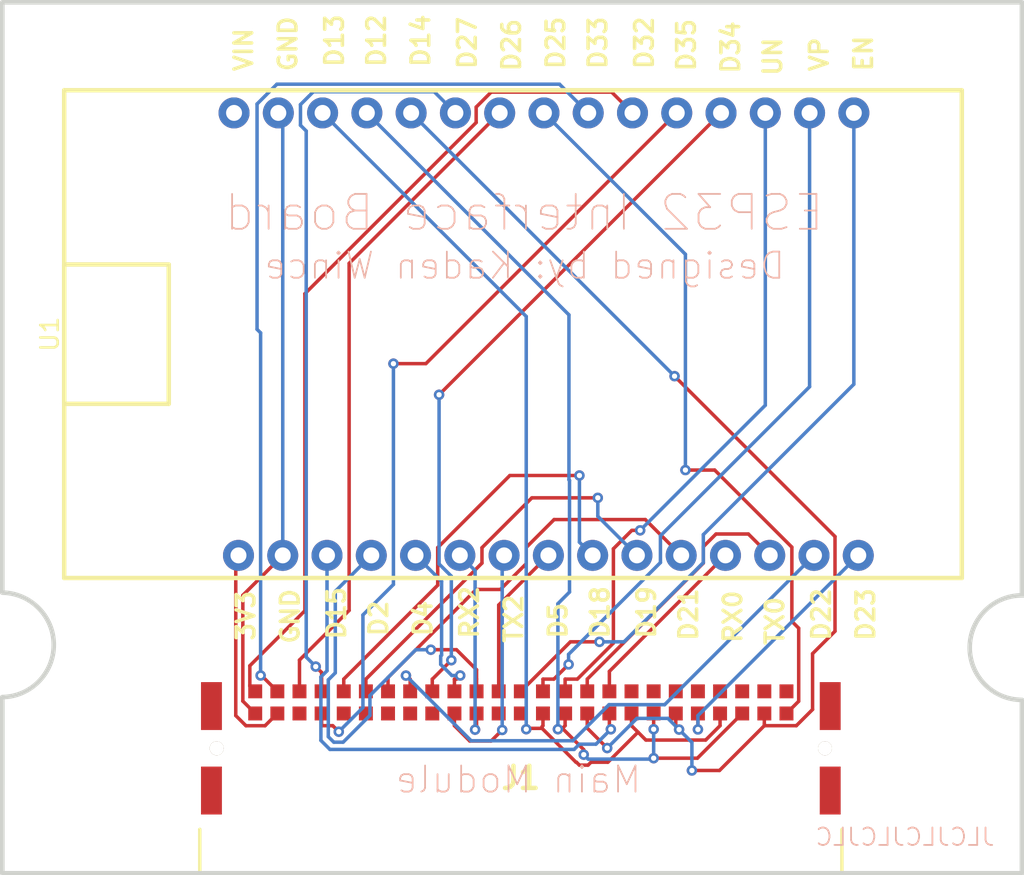
<source format=kicad_pcb>
(kicad_pcb (version 20240108) (generator "pcbnew") (generator_version "8.0")
  (layers (0 "F.Cu" signal) (31 "B.Cu" signal) (34 "B.Paste" user) (35 "F.Paste" user) (36 "B.SilkS" user "B.Silkscreen") (37 "F.SilkS" user "F.Silkscreen") (38 "B.Mask" user) (39 "F.Mask" user) (44 "Edge.Cuts" user))
  (net 0 "")
  (net 1 "M7")
  (net 2 "P7")
  (net 3 "M4")
  (net 4 "P2")
  (net 5 "S1.2")
  (net 6 "P10")
  (net 7 "S2.1")
  (net 8 "TACKLE")
  (net 9 "RX1")
  (net 10 "S1.1")
  (net 12 "M1")
  (net 13 "P11")
  (net 14 "P3")
  (net 15 "P19")
  (net 16 "P12")
  (net 17 "TX2")
  (net 18 "M3")
  (net 19 "P13")
  (net 20 "P15")
  (net 22 "5V")
  (net 23 "GND")
  (net 24 "P1")
  (net 25 "P9")
  (net 26 "S3.2")
  (net 27 "M5")
  (net 28 "TX1")
  (net 29 "M2")
  (net 30 "P14")
  (net 31 "P18")
  (net 32 "S2.2")
  (net 34 "M6")
  (net 35 "P6")
  (net 36 "RX2")
  (net 37 "P5")
  (net 38 "3V3")
  (net 39 "P20")
  (net 40 "P8")
  (net 41 "S4.2")
  (net 42 "P17")
  (net 43 "M8")
  (net 44 "P4")
  (net 47 "LED_STRIP")
  (net 48 "PAIR")
  (net 49 "P16")
  (footprint "ESP32:ESP32-WROOM-30-DEVBOARD" (layer "F.Cu") (at 128.55 69.181 90)
    (property "Reference" "U1" (at 0.381 -26.57701 90) (layer "F.SilkS"))
    (property "Value" "NodeMCU-30 PIN")
    (fp_line (start -3.61899 -25.75001) (end 4.38099 -25.75001) (stroke (width 0.254)) (layer "F.SilkS"))
    (fp_line (start -13.61897 -25.75001) (end 14.38097 -25.75001) (stroke (width 0.254)) (layer "F.SilkS"))
    (fp_line (start 4.38099 -19.75002) (end 4.38099 -25.75001) (stroke (width 0.254)) (layer "F.SilkS"))
    (fp_line (start -3.61899 -19.75002) (end -3.61899 -25.75001) (stroke (width 0.254)) (layer "F.SilkS"))
    (fp_line (start -3.61899 -19.75002) (end 4.38099 -19.75002) (stroke (width 0.254)) (layer "F.SilkS"))
    (fp_line (start 14.38097 25.75001) (end 14.38097 -25.75001) (stroke (width 0.254)) (layer "F.SilkS"))
    (fp_line (start -13.61897 25.75001) (end -13.61897 -25.75001) (stroke (width 0.254)) (layer "F.SilkS"))
    (fp_line (start -13.61897 25.75001) (end 14.38097 25.75001) (stroke (width 0.254)) (layer "F.SilkS"))
    (fp_text user "GND" (at 15.367 -12.32103 90) (layer "F.SilkS") (effects (font (size 1.016 1.016) (thickness 0.2032)) (justify left bottom)))
    (fp_text user "VP" (at 15.367 18.15897 90) (layer "F.SilkS") (effects (font (size 1.016 1.016) (thickness 0.2032)) (justify left bottom)))
    (fp_text user "D34" (at 15.24 13.07897 90) (layer "F.SilkS") (effects (font (size 1.016 1.016) (thickness 0.2032)) (justify left bottom)))
    (fp_text user "D18" (at -17.192 5.58597 90) (layer "F.SilkS") (effects (font (size 1.016 1.016) (thickness 0.2032)) (justify left bottom)))
    (fp_text user "EN" (at 15.367 20.69897 90) (layer "F.SilkS") (effects (font (size 1.016 1.016) (thickness 0.2032)) (justify left bottom)))
    (fp_text user "D32" (at 15.494 8.12597 90) (layer "F.SilkS") (effects (font (size 1.016 1.016) (thickness 0.2032)) (justify left bottom)))
    (fp_text user "3V3" (at -17.319 -14.73403 90) (layer "F.SilkS") (effects (font (size 1.016 1.016) (thickness 0.2032)) (justify left bottom)))
    (fp_text user "D23" (at -17.319 20.82597 90) (layer "F.SilkS") (effects (font (size 1.016 1.016) (thickness 0.2032)) (justify left bottom)))
    (fp_text user "D25" (at 15.494 3.04597 90) (layer "F.SilkS") (effects (font (size 1.016 1.016) (thickness 0.2032)) (justify left bottom)))
    (fp_text user "TX2" (at -17.446 0.63297 90) (layer "F.SilkS") (effects (font (size 1.016 1.016) (thickness 0.2032)) (justify left bottom)))
    (fp_text user "D26" (at 15.367 0.50597 90) (layer "F.SilkS") (effects (font (size 1.016 1.016) (thickness 0.2032)) (justify left bottom)))
    (fp_text user "TX0" (at -17.573 15.61897 90) (layer "F.SilkS") (effects (font (size 1.016 1.016) (thickness 0.2032)) (justify left bottom)))
    (fp_text user "UN" (at 15.113 15.49197 90) (layer "F.SilkS") (effects (font (size 1.016 1.016) (thickness 0.2032)) (justify left bottom)))
    (fp_text user "D27" (at 15.494 -2.03403 90) (layer "F.SilkS") (effects (font (size 1.016 1.016) (thickness 0.2032)) (justify left bottom)))
    (fp_text user "RX0" (at -17.446 13.20597 90) (layer "F.SilkS") (effects (font (size 1.016 1.016) (thickness 0.2032)) (justify left bottom)))
    (fp_text user "D5" (at -17.192 3.17297 90) (layer "F.SilkS") (effects (font (size 1.016 1.016) (thickness 0.2032)) (justify left bottom)))
    (fp_text user "D14" (at 15.621 -4.70103 90) (layer "F.SilkS") (effects (font (size 1.016 1.016) (thickness 0.2032)) (justify left bottom)))
    (fp_text user "RX2" (at -17.192 -1.90703 90) (layer "F.SilkS") (effects (font (size 1.016 1.016) (thickness 0.2032)) (justify left bottom)))
    (fp_text user "GND" (at -17.497 -12.19403 90) (layer "F.SilkS") (effects (font (size 1.016 1.016) (thickness 0.2032)) (justify left bottom)))
    (fp_text user "D12" (at 15.621 -7.24103 90) (layer "F.SilkS") (effects (font (size 1.016 1.016) (thickness 0.2032)) (justify left bottom)))
    (fp_text user "D2" (at -17.065 -7.11403 90) (layer "F.SilkS") (effects (font (size 1.016 1.016) (thickness 0.2032)) (justify left bottom)))
    (fp_text user "D15" (at -17.247 -9.52703 90) (layer "F.SilkS") (effects (font (size 1.016 1.016) (thickness 0.2032)) (justify left bottom)))
    (fp_text user "D4" (at -17.065 -4.57403 90) (layer "F.SilkS") (effects (font (size 1.016 1.016) (thickness 0.2032)) (justify left bottom)))
    (fp_text user "D22" (at -17.319 18.28597 90) (layer "F.SilkS") (effects (font (size 1.016 1.016) (thickness 0.2032)) (justify left bottom)))
    (fp_text user "D13" (at 15.621 -9.65403 90) (layer "F.SilkS") (effects (font (size 1.016 1.016) (thickness 0.2032)) (justify left bottom)))
    (fp_text user "D19" (at -17.192 8.25297 90) (layer "F.SilkS") (effects (font (size 1.016 1.016) (thickness 0.2032)) (justify left bottom)))
    (fp_text user "D35" (at 15.367 10.53897 90) (layer "F.SilkS") (effects (font (size 1.016 1.016) (thickness 0.2032)) (justify left bottom)))
    (fp_text user "VIN" (at 15.367 -14.86103 90) (layer "F.SilkS") (effects (font (size 1.016 1.016) (thickness 0.2032)) (justify left bottom)))
    (fp_text user "D33" (at 15.494 5.45897 90) (layer "F.SilkS") (effects (font (size 1.016 1.016) (thickness 0.2032)) (justify left bottom)))
    (fp_text user "D21" (at -17.319 10.66597 90) (layer "F.SilkS") (effects (font (size 1.016 1.016) (thickness 0.2032)) (justify left bottom)))
    (pad "1" thru_hole circle (at -12.319 -15.75003) (size 1.778 1.778) (drill 0.9144) (layers "*.Cu" "*.Mask") (net 38 "3V3"))
    (pad "2" thru_hole circle (at -12.319 -13.21003) (size 1.778 1.778) (drill 0.9144) (layers "*.Cu" "*.Mask") (net 23 "GND"))
    (pad "3" thru_hole circle (at -12.319 -10.67003) (size 1.778 1.778) (drill 0.9144) (layers "*.Cu" "*.Mask") (net 32 "S2.2"))
    (pad "4" thru_hole circle (at -12.319 -8.13003) (size 1.778 1.778) (drill 0.9144) (layers "*.Cu" "*.Mask") (net 24 "P1"))
    (pad "5" thru_hole circle (at -12.319 -5.59003) (size 1.778 1.778) (drill 0.9144) (layers "*.Cu" "*.Mask") (net 47 "LED_STRIP"))
    (pad "6" thru_hole circle (at -12.319 -3.05003) (size 1.778 1.778) (drill 0.9144) (layers "*.Cu" "*.Mask") (net 9 "RX1"))
    (pad "7" thru_hole circle (at -12.319 -0.51003) (size 1.778 1.778) (drill 0.9144) (layers "*.Cu" "*.Mask") (net 28 "TX1"))
    (pad "8" thru_hole circle (at -12.319 2.02997) (size 1.778 1.778) (drill 0.9144) (layers "*.Cu" "*.Mask") (net 4 "P2"))
    (pad "9" thru_hole circle (at -12.319 4.56997) (size 1.778 1.778) (drill 0.9144) (layers "*.Cu" "*.Mask") (net 27 "M5"))
    (pad "10" thru_hole circle (at -12.319 7.10997) (size 1.778 1.778) (drill 0.9144) (layers "*.Cu" "*.Mask") (net 34 "M6"))
    (pad "11" thru_hole circle (at -12.319 9.64997) (size 1.778 1.778) (drill 0.9144) (layers "*.Cu" "*.Mask") (net 1 "M7"))
    (pad "12" thru_hole circle (at -12.319 12.18997) (size 1.778 1.778) (drill 0.9144) (layers "*.Cu" "*.Mask") (net 2 "P7"))
    (pad "13" thru_hole circle (at -12.319 14.72997) (size 1.778 1.778) (drill 0.9144) (layers "*.Cu" "*.Mask") (net 35 "P6"))
    (pad "14" thru_hole circle (at -12.319 17.26997) (size 1.778 1.778) (drill 0.9144) (layers "*.Cu" "*.Mask") (net 43 "M8"))
    (pad "15" thru_hole circle (at -12.319 19.80997) (size 1.778 1.778) (drill 0.9144) (layers "*.Cu" "*.Mask") (net 26 "S3.2"))
    (pad "16" thru_hole circle (at 13.081 19.55597) (size 1.778 1.778) (drill 0.9144) (layers "*.Cu" "*.Mask") (net 14 "P3"))
    (pad "17" thru_hole circle (at 13.081 17.01597) (size 1.778 1.778) (drill 0.9144) (layers "*.Cu" "*.Mask") (net 44 "P4"))
    (pad "18" thru_hole circle (at 13.081 14.47597) (size 1.778 1.778) (drill 0.9144) (layers "*.Cu" "*.Mask") (net 37 "P5"))
    (pad "19" thru_hole circle (at 13.081 11.93597) (size 1.778 1.778) (drill 0.9144) (layers "*.Cu" "*.Mask") (net 8 "TACKLE"))
    (pad "20" thru_hole circle (at 13.081 9.39597) (size 1.778 1.778) (drill 0.9144) (layers "*.Cu" "*.Mask") (net 48 "PAIR"))
    (pad "21" thru_hole circle (at 13.081 6.85597) (size 1.778 1.778) (drill 0.9144) (layers "*.Cu" "*.Mask") (net 12 "M1"))
    (pad "22" thru_hole circle (at 13.081 4.31597) (size 1.778 1.778) (drill 0.9144) (layers "*.Cu" "*.Mask") (net 29 "M2"))
    (pad "23" thru_hole circle (at 13.081 1.77597) (size 1.778 1.778) (drill 0.9144) (layers "*.Cu" "*.Mask") (net 41 "S4.2"))
    (pad "24" thru_hole circle (at 13.081 -0.76403) (size 1.778 1.778) (drill 0.9144) (layers "*.Cu" "*.Mask") (net 18 "M3"))
    (pad "25" thru_hole circle (at 13.081 -3.30403) (size 1.778 1.778) (drill 0.9144) (layers "*.Cu" "*.Mask") (net 3 "M4"))
    (pad "26" thru_hole circle (at 13.081 -5.84403) (size 1.778 1.778) (drill 0.9144) (layers "*.Cu" "*.Mask") (net 7 "S2.1"))
    (pad "27" thru_hole circle (at 13.081 -8.38403) (size 1.778 1.778) (drill 0.9144) (layers "*.Cu" "*.Mask") (net 36 "RX2"))
    (pad "28" thru_hole circle (at 13.081 -10.92403) (size 1.778 1.778) (drill 0.9144) (layers "*.Cu" "*.Mask") (net 17 "TX2"))
    (pad "29" thru_hole circle (at 13.081 -13.46403) (size 1.778 1.778) (drill 0.9144) (layers "*.Cu" "*.Mask") (net 23 "GND"))
    (pad "30" thru_hole circle (at 13.081 -16.00403) (size 1.778 1.778) (drill 0.9144) (layers "*.Cu" "*.Mask"))
  )
  (footprint "KiCad:1337018" (layer "F.Cu") (at 129 94.375)
    (property "Reference" "J1" (at 0 -0.1 0) (layer "F.SilkS") (effects (font (size 1.27 1.27) (thickness 0.254))))
    (property "Value" "1337018" (hide yes))
    (fp_line (start -18.42 2.86) (end -18.42 2.86) (stroke (width 0.2)) (layer "F.SilkS"))
    (fp_line (start -18.42 2.86) (end -18.42 5.4) (stroke (width 0.2)) (layer "F.SilkS"))
    (fp_line (start 18.42 5.4) (end 18.42 2.86) (stroke (width 0.2)) (layer "F.SilkS"))
    (pad "A1" smd rect (at -15.24 -3.8 90) (size 0.8 0.8) (layers "F.Cu" "F.Paste" "F.Mask") (net 23 "GND"))
    (pad "A2" smd rect (at -13.97 -3.8 90) (size 0.8 0.8) (layers "F.Cu" "F.Paste" "F.Mask") (net 38 "3V3"))
    (pad "A3" smd rect (at -12.7 -3.8 90) (size 0.8 0.8) (layers "F.Cu" "F.Paste" "F.Mask") (net 22 "5V"))
    (pad "A4" smd rect (at -11.43 -3.8 90) (size 0.8 0.8) (layers "F.Cu" "F.Paste" "F.Mask") (net 48 "PAIR"))
    (pad "A5" smd rect (at -10.16 -3.8 90) (size 0.8 0.8) (layers "F.Cu" "F.Paste" "F.Mask") (net 49 "P16"))
    (pad "A6" smd rect (at -8.89 -3.8 90) (size 0.8 0.8) (layers "F.Cu" "F.Paste" "F.Mask") (net 42 "P17"))
    (pad "A7" smd rect (at -7.62 -3.8 90) (size 0.8 0.8) (layers "F.Cu" "F.Paste" "F.Mask") (net 31 "P18"))
    (pad "A8" smd rect (at -6.35 -3.8 90) (size 0.8 0.8) (layers "F.Cu" "F.Paste" "F.Mask") (net 15 "P19"))
    (pad "A9" smd rect (at -5.08 -3.8 90) (size 0.8 0.8) (layers "F.Cu" "F.Paste" "F.Mask") (net 39 "P20"))
    (pad "A10" smd rect (at -3.81 -3.8 90) (size 0.8 0.8) (layers "F.Cu" "F.Paste" "F.Mask") (net 28 "TX1"))
    (pad "A11" smd rect (at -2.54 -3.8 90) (size 0.8 0.8) (layers "F.Cu" "F.Paste" "F.Mask") (net 9 "RX1"))
    (pad "A12" smd rect (at -1.27 -3.8 90) (size 0.8 0.8) (layers "F.Cu" "F.Paste" "F.Mask") (net 10 "S1.1"))
    (pad "A13" smd rect (at 0 -3.8 90) (size 0.8 0.8) (layers "F.Cu" "F.Paste" "F.Mask") (net 5 "S1.2"))
    (pad "A14" smd rect (at 1.27 -3.8 90) (size 0.8 0.8) (layers "F.Cu" "F.Paste" "F.Mask") (net 17 "TX2"))
    (pad "A15" smd rect (at 2.54 -3.8 90) (size 0.8 0.8) (layers "F.Cu" "F.Paste" "F.Mask") (net 36 "RX2"))
    (pad "A16" smd rect (at 3.81 -3.8 90) (size 0.8 0.8) (layers "F.Cu" "F.Paste" "F.Mask") (net 7 "S2.1"))
    (pad "A17" smd rect (at 5.08 -3.8 90) (size 0.8 0.8) (layers "F.Cu" "F.Paste" "F.Mask") (net 32 "S2.2"))
    (pad "A18" smd rect (at 6.35 -3.8 90) (size 0.8 0.8) (layers "F.Cu" "F.Paste" "F.Mask") (net 17 "TX2"))
    (pad "A19" smd rect (at 7.62 -3.8 90) (size 0.8 0.8) (layers "F.Cu" "F.Paste" "F.Mask") (net 36 "RX2"))
    (pad "A20" smd rect (at 8.89 -3.8 90) (size 0.8 0.8) (layers "F.Cu" "F.Paste" "F.Mask") (net 7 "S2.1"))
    (pad "A21" smd rect (at 10.16 -3.8 90) (size 0.8 0.8) (layers "F.Cu" "F.Paste" "F.Mask") (net 26 "S3.2"))
    (pad "A22" smd rect (at 11.43 -3.8 90) (size 0.8 0.8) (layers "F.Cu" "F.Paste" "F.Mask") (net 17 "TX2"))
    (pad "A23" smd rect (at 12.7 -3.8 90) (size 0.8 0.8) (layers "F.Cu" "F.Paste" "F.Mask") (net 36 "RX2"))
    (pad "A24" smd rect (at 13.97 -3.8 90) (size 0.8 0.8) (layers "F.Cu" "F.Paste" "F.Mask") (net 7 "S2.1"))
    (pad "A25" smd rect (at 15.24 -3.8 90) (size 0.8 0.8) (layers "F.Cu" "F.Paste" "F.Mask") (net 41 "S4.2"))
    (pad "B1" smd rect (at -15.24 -5.07 90) (size 0.8 0.8) (layers "F.Cu" "F.Paste" "F.Mask") (net 12 "M1"))
    (pad "B2" smd rect (at -13.97 -5.07 90) (size 0.8 0.8) (layers "F.Cu" "F.Paste" "F.Mask") (net 29 "M2"))
    (pad "B3" smd rect (at -12.7 -5.07 90) (size 0.8 0.8) (layers "F.Cu" "F.Paste" "F.Mask") (net 18 "M3"))
    (pad "B4" smd rect (at -11.43 -5.07 90) (size 0.8 0.8) (layers "F.Cu" "F.Paste" "F.Mask") (net 3 "M4"))
    (pad "B5" smd rect (at -10.16 -5.07 90) (size 0.8 0.8) (layers "F.Cu" "F.Paste" "F.Mask") (net 27 "M5"))
    (pad "B6" smd rect (at -8.89 -5.07 90) (size 0.8 0.8) (layers "F.Cu" "F.Paste" "F.Mask") (net 34 "M6"))
    (pad "B7" smd rect (at -7.62 -5.07 90) (size 0.8 0.8) (layers "F.Cu" "F.Paste" "F.Mask") (net 1 "M7"))
    (pad "B8" smd rect (at -6.35 -5.07 90) (size 0.8 0.8) (layers "F.Cu" "F.Paste" "F.Mask") (net 43 "M8"))
    (pad "B9" smd rect (at -5.08 -5.07 90) (size 0.8 0.8) (layers "F.Cu" "F.Paste" "F.Mask") (net 8 "TACKLE"))
    (pad "B10" smd rect (at -3.81 -5.07 90) (size 0.8 0.8) (layers "F.Cu" "F.Paste" "F.Mask") (net 47 "LED_STRIP"))
    (pad "B11" smd rect (at -2.54 -5.07 90) (size 0.8 0.8) (layers "F.Cu" "F.Paste" "F.Mask") (net 24 "P1"))
    (pad "B12" smd rect (at -1.27 -5.07 90) (size 0.8 0.8) (layers "F.Cu" "F.Paste" "F.Mask") (net 4 "P2"))
    (pad "B13" smd rect (at 0 -5.07 90) (size 0.8 0.8) (layers "F.Cu" "F.Paste" "F.Mask") (net 14 "P3"))
    (pad "B14" smd rect (at 1.27 -5.07 90) (size 0.8 0.8) (layers "F.Cu" "F.Paste" "F.Mask") (net 44 "P4"))
    (pad "B15" smd rect (at 2.54 -5.07 90) (size 0.8 0.8) (layers "F.Cu" "F.Paste" "F.Mask") (net 37 "P5"))
    (pad "B16" smd rect (at 3.81 -5.07 90) (size 0.8 0.8) (layers "F.Cu" "F.Paste" "F.Mask") (net 35 "P6"))
    (pad "B17" smd rect (at 5.08 -5.07 90) (size 0.8 0.8) (layers "F.Cu" "F.Paste" "F.Mask") (net 2 "P7"))
    (pad "B18" smd rect (at 6.35 -5.07 90) (size 0.8 0.8) (layers "F.Cu" "F.Paste" "F.Mask") (net 40 "P8"))
    (pad "B19" smd rect (at 7.62 -5.07 90) (size 0.8 0.8) (layers "F.Cu" "F.Paste" "F.Mask") (net 25 "P9"))
    (pad "B20" smd rect (at 8.89 -5.07 90) (size 0.8 0.8) (layers "F.Cu" "F.Paste" "F.Mask") (net 6 "P10"))
    (pad "B21" smd rect (at 10.16 -5.07 90) (size 0.8 0.8) (layers "F.Cu" "F.Paste" "F.Mask") (net 13 "P11"))
    (pad "B22" smd rect (at 11.43 -5.07 90) (size 0.8 0.8) (layers "F.Cu" "F.Paste" "F.Mask") (net 16 "P12"))
    (pad "B23" smd rect (at 12.7 -5.07 90) (size 0.8 0.8) (layers "F.Cu" "F.Paste" "F.Mask") (net 19 "P13"))
    (pad "B24" smd rect (at 13.97 -5.07 90) (size 0.8 0.8) (layers "F.Cu" "F.Paste" "F.Mask") (net 30 "P14"))
    (pad "B25" smd rect (at 15.24 -5.07 90) (size 0.8 0.8) (layers "F.Cu" "F.Paste" "F.Mask") (net 20 "P15"))
    (pad "MH1" thru_hole circle (at -17.45 -1.8 90) (size 0.8 0.8) (drill 1.6) (layers "*.Cu" "*.Mask" "F.SilkS"))
    (pad "MH2" thru_hole circle (at 17.45 -1.8 90) (size 0.8 0.8) (drill 1.6) (layers "*.Cu" "*.Mask" "F.SilkS"))
    (pad "MP1" smd rect (at -17.75 -4.225) (size 1.2 2.75) (layers "F.Cu" "F.Paste" "F.Mask"))
    (pad "MP2" smd rect (at -17.75 0.625) (size 1.2 2.75) (layers "F.Cu" "F.Paste" "F.Mask"))
    (pad "MP3" smd rect (at 17.75 0.625) (size 1.2 2.75) (layers "F.Cu" "F.Paste" "F.Mask"))
    (pad "MP4" smd rect (at 17.75 -4.225) (size 1.2 2.75) (layers "F.Cu" "F.Paste" "F.Mask"))
  )
  (gr_poly (pts (xy 157.750336 83.795708) (xy 157.596066 83.799757) (xy 157.443827 83.811476) (xy 157.293805 83.830676) (xy 157.146189 83.85717) (xy 157.001167 83.890768) (xy 156.858928 83.931284) (xy 156.719659 83.978528) (xy 156.583547 84.032313) (xy 156.450783 84.09245) (xy 156.321552 84.158751) (xy 156.196044 84.231028) (xy 156.074446 84.309094) (xy 155.956947 84.392758) (xy 155.843734 84.481835) (xy 155.734996 84.576134) (xy 155.630921 84.675469) (xy 155.531696 84.77965) (xy 155.43751 84.888491) (xy 155.348551 85.001802) (xy 155.265006 85.119395) (xy 155.187065 85.241082) (xy 155.114914 85.366676) (xy 155.048742 85.495987) (xy 154.988738 85.628828) (xy 154.935088 85.765011) (xy 154.887982 85.904347) (xy 154.847607 86.046648) (xy 154.814151 86.191726) (xy 154.787802 86.339393) (xy 154.768749 86.48946) (xy 154.757179 86.64174) (xy 154.753281 86.796044) (xy 154.757188 86.950299) (xy 154.768764 87.102532) (xy 154.787822 87.252554) (xy 154.814173 87.400178) (xy 154.84763 87.545215) (xy 154.888005 87.687477) (xy 154.935109 87.826777) (xy 154.988755 87.962925) (xy 155.048755 88.095734) (xy 155.11492 88.225015) (xy 155.187063 88.35058) (xy 155.264996 88.472241) (xy 155.34853 88.589811) (xy 155.437479 88.7031) (xy 155.531653 88.811921) (xy 155.630864 88.916085) (xy 155.734926 89.015404) (xy 155.843649 89.10969) (xy 155.956847 89.198755) (xy 156.07433 89.282411) (xy 156.195911 89.36047) (xy 156.321402 89.432742) (xy 156.450615 89.499041) (xy 156.583362 89.559178) (xy 156.719455 89.612965) (xy 156.858705 89.660213) (xy 157.000926 89.700735) (xy 157.145929 89.734342) (xy 157.293526 89.760847) (xy 157.443528 89.78006) (xy 157.595749 89.791794) (xy 157.75 89.795861) (xy 157.75 99.749764) (xy 99.25021 99.749764) (xy 99.250534 89.635643) (xy 99.403111 89.629431) (xy 99.553612 89.615733) (xy 99.701855 89.594732) (xy 99.847658 89.566614) (xy 99.990842 89.531561) (xy 100.131223 89.48976) (xy 100.268621 89.441393) (xy 100.402855 89.386645) (xy 100.533742 89.3257) (xy 100.661103 89.258743) (xy 100.784754 89.185958) (xy 100.904516 89.107528) (xy 101.020206 89.023638) (xy 101.131643 88.934473) (xy 101.238646 88.840217) (xy 101.341033 88.741053) (xy 101.438624 88.637166) (xy 101.531236 88.528741) (xy 101.618689 88.415961) (xy 101.7008 88.299011) (xy 101.777389 88.178074) (xy 101.848275 88.053336) (xy 101.913275 87.92498) (xy 101.972208 87.793191) (xy 102.024894 87.658153) (xy 102.071151 87.520049) (xy 102.110796 87.379066) (xy 102.14365 87.235385) (xy 102.169531 87.089192) (xy 102.188256 86.940672) (xy 102.199646 86.790007) (xy 102.203518 86.637383) (xy 102.19968 86.484691) (xy 102.18832 86.33396) (xy 102.16962 86.185374) (xy 102.143762 86.039118) (xy 102.110927 85.895376) (xy 102.071297 85.754333) (xy 102.025052 85.616172) (xy 101.972375 85.481078) (xy 101.913447 85.349235) (xy 101.848449 85.220828) (xy 101.777563 85.09604) (xy 101.700971 84.975057) (xy 101.618853 84.858062) (xy 101.531392 84.74524) (xy 101.438768 84.636774) (xy 101.341164 84.532851) (xy 101.238761 84.433652) (xy 101.13174 84.339364) (xy 101.020283 84.25017) (xy 100.904571 84.166255) (xy 100.784785 84.087802) (xy 100.661108 84.014997) (xy 100.53372 83.948023) (xy 100.402804 83.887065) (xy 100.26854 83.832307) (xy 100.13111 83.783933) (xy 99.990696 83.742128) (xy 99.847479 83.707077) (xy 99.70164 83.678962) (xy 99.553361 83.657969) (xy 99.402824 83.644282) (xy 99.25021 83.638085) (xy 99.25021 49.750237) (xy 157.75 49.750237)) (stroke (width 0.264582)) (fill none) (layer "Edge.Cuts"))
  (gr_text "ESP32 Interface Board" (at 146.5 63 0) (layer "B.SilkS") (effects (font (size 2 2) (thickness 0.1)) (justify left bottom mirror)))
  (gr_text "Main Module" (at 136 95.25 0) (layer "B.SilkS") (effects (font (size 1.5 1.5) (thickness 0.1)) (justify left bottom mirror)))
  (gr_text "JLCJLCJLCJLC" (at 156.25 98.25 0) (layer "B.SilkS") (effects (font (size 1 1) (thickness 0.1)) (justify left bottom mirror)))
  (gr_text "Designed by: Kaden Wince" (at 144.25 65.75 0) (layer "B.SilkS") (effects (font (size 1.5 1.5) (thickness 0.1)) (justify left bottom mirror)))
  (segment (start 127.8276 83.4573) (end 126.437 83.4573) (width 0.2) (layer "F.Cu") (net 1))
  (segment (start 129.31 81.9749) (end 127.8276 83.4573) (width 0.2) (layer "F.Cu") (net 1))
  (segment (start 129.31 81.043) (end 129.31 81.9749) (width 0.2) (layer "F.Cu") (net 1))
  (segment (start 138.2 81.5) (end 136.1446 79.4446) (width 0.2) (layer "F.Cu") (net 1))
  (segment (start 126.437 83.4573) (end 121.38 88.5143) (width 0.2) (layer "F.Cu") (net 1))
  (segment (start 130.9084 79.4446) (end 129.31 81.043) (width 0.2) (layer "F.Cu") (net 1))
  (segment (start 121.38 88.5143) (end 121.38 89.305) (width 0.2) (layer "F.Cu") (net 1))
  (segment (start 136.1446 79.4446) (end 130.9084 79.4446) (width 0.2) (layer "F.Cu") (net 1))
  (segment (start 134.08 89.305) (end 134.08 88.16) (width 0.2) (layer "F.Cu") (net 2))
  (segment (start 134.08 88.16) (end 140.74 81.5) (width 0.2) (layer "F.Cu") (net 2))
  (segment (start 117.57 89.305) (end 117.57 88.2225) (width 0.2) (layer "F.Cu") (net 3))
  (segment (start 117.57 88.2225) (end 117.2324 87.8849) (width 0.2) (layer "F.Cu") (net 3))
  (via (at 117.2324 87.8849) (size 0.6) (drill 0.3) (layers "F.Cu" "B.Cu") (net 3))
  (segment (start 116.687 57.139) (end 116.687 87.3395) (width 0.2) (layer "B.Cu") (net 3))
  (segment (start 117.0977 54.8816) (end 116.3575 55.6218) (width 0.2) (layer "B.Cu") (net 3))
  (segment (start 116.687 87.3395) (end 117.2324 87.8849) (width 0.2) (layer "B.Cu") (net 3))
  (segment (start 116.3575 55.6218) (end 116.3575 56.8095) (width 0.2) (layer "B.Cu") (net 3))
  (segment (start 124.0276 54.8816) (end 117.0977 54.8816) (width 0.2) (layer "B.Cu") (net 3))
  (segment (start 116.3575 56.8095) (end 116.687 57.139) (width 0.2) (layer "B.Cu") (net 3))
  (segment (start 125.246 56.1) (end 124.0276 54.8816) (width 0.2) (layer "B.Cu") (net 3))
  (segment (start 127.73 89.305) (end 127.73 84.35) (width 0.2) (layer "F.Cu") (net 4))
  (segment (start 127.73 84.35) (end 130.58 81.5) (width 0.2) (layer "F.Cu") (net 4))
  (segment (start 132.81 91.2767) (end 132.81 91.4177) (width 0.2) (layer "F.Cu") (net 7))
  (segment (start 147.025 85.8532) (end 145.7375 87.1407) (width 0.2) (layer "F.Cu") (net 7))
  (segment (start 137.89 91.2767) (end 137.89 91.3102) (width 0.2) (layer "F.Cu") (net 7))
  (segment (start 142.97 90.575) (end 142.97 91.1758) (width 0.2) (layer "F.Cu") (net 7))
  (segment (start 144.8064 91.2767) (end 142.97 91.2767) (width 0.2) (layer "F.Cu") (net 7))
  (segment (start 137.8189 71.2129) (end 147.025 80.419) (width 0.2) (layer "F.Cu") (net 7))
  (segment (start 132.81 91.4177) (end 133.9536 92.5613) (width 0.2) (layer "F.Cu") (net 7))
  (segment (start 140.3971 93.8481) (end 138.8147 93.8481) (width 0.2) (layer "F.Cu") (net 7))
  (segment (start 142.97 91.2752) (end 140.3971 93.8481) (width 0.2) (layer "F.Cu") (net 7))
  (segment (start 142.97 91.1758) (end 142.97 91.2752) (width 0.2) (layer "F.Cu") (net 7))
  (segment (start 142.97 91.2752) (end 142.97 91.2767) (width 0.2) (layer "F.Cu") (net 7))
  (segment (start 145.7375 90.3456) (end 144.8064 91.2767) (width 0.2) (layer "F.Cu") (net 7))
  (segment (start 137.89 90.575) (end 137.89 91.2767) (width 0.2) (layer "F.Cu") (net 7))
  (segment (start 132.81 90.575) (end 132.81 91.2767) (width 0.2) (layer "F.Cu") (net 7))
  (segment (start 137.89 91.3102) (end 138.0795 91.4997) (width 0.2) (layer "F.Cu") (net 7))
  (segment (start 147.025 80.419) (end 147.025 85.8532) (width 0.2) (layer "F.Cu") (net 7))
  (segment (start 145.7375 87.1407) (end 145.7375 90.3456) (width 0.2) (layer "F.Cu") (net 7))
  (via (at 137.8189 71.2129) (size 0.6) (drill 0.3) (layers "F.Cu" "B.Cu") (net 7))
  (via (at 138.0795 91.4997) (size 0.6) (drill 0.3) (layers "F.Cu" "B.Cu") (net 7))
  (via (at 133.9536 92.5613) (size 0.6) (drill 0.3) (layers "F.Cu" "B.Cu") (net 7))
  (via (at 138.8147 93.8481) (size 0.6) (drill 0.3) (layers "F.Cu" "B.Cu") (net 7))
  (segment (start 138.8147 93.8481) (end 138.8147 92.2349) (width 0.2) (layer "B.Cu") (net 7))
  (segment (start 138.0795 91.4997) (end 137.4376 90.8578) (width 0.2) (layer "B.Cu") (net 7))
  (segment (start 135.6571 90.8578) (end 133.9536 92.5613) (width 0.2) (layer "B.Cu") (net 7))
  (segment (start 138.8147 92.2349) (end 138.0795 91.4997) (width 0.2) (layer "B.Cu") (net 7))
  (segment (start 122.706 56.1) (end 137.8189 71.2129) (width 0.2) (layer "B.Cu") (net 7))
  (segment (start 137.4376 90.8578) (end 135.6571 90.8578) (width 0.2) (layer "B.Cu") (net 7))
  (segment (start 123.92 88.6033) (end 123.9268 88.6033) (width 0.2) (layer "F.Cu") (net 8))
  (segment (start 123.92 89.305) (end 123.92 88.6033) (width 0.2) (layer "F.Cu") (net 8))
  (segment (start 140.486 56.1034) (end 124.3093 72.2801) (width 0.2) (layer "F.Cu") (net 8))
  (segment (start 123.9268 88.6033) (end 125.0128 87.5173) (width 0.2) (layer "F.Cu") (net 8))
  (segment (start 140.486 56.1) (end 140.486 56.1034) (width 0.2) (layer "F.Cu") (net 8))
  (via (at 125.0128 87.5173) (size 0.6) (drill 0.3) (layers "F.Cu" "B.Cu") (net 8))
  (via (at 124.3093 72.2801) (size 0.6) (drill 0.3) (layers "F.Cu" "B.Cu") (net 8))
  (segment (start 125.0124 82.6963) (end 125.0124 87.517) (width 0.2) (layer "B.Cu") (net 8))
  (segment (start 124.3093 72.2801) (end 124.3093 81.9932) (width 0.2) (layer "B.Cu") (net 8))
  (segment (start 125.0125 87.517) (end 125.0128 87.5173) (width 0.2) (layer "B.Cu") (net 8))
  (segment (start 125.0124 87.517) (end 125.0125 87.517) (width 0.2) (layer "B.Cu") (net 8))
  (segment (start 124.3093 81.9932) (end 125.0124 82.6963) (width 0.2) (layer "B.Cu") (net 8))
  (segment (start 126.46 90.575) (end 126.46 91.2767) (width 0.2) (layer "F.Cu") (net 9))
  (segment (start 126.46 91.4217) (end 126.3758 91.5059) (width 0.2) (layer "F.Cu") (net 9))
  (segment (start 126.46 91.2767) (end 126.46 91.4217) (width 0.2) (layer "F.Cu") (net 9))
  (via (at 126.3758 91.5059) (size 0.6) (drill 0.3) (layers "F.Cu" "B.Cu") (net 9))
  (segment (start 126.3758 82.3758) (end 126.3758 91.5059) (width 0.2) (layer "B.Cu") (net 9))
  (segment (start 125.5 81.5) (end 126.3758 82.3758) (width 0.2) (layer "B.Cu") (net 9))
  (segment (start 127.298 54.904) (end 134.21 54.904) (width 0.2) (layer "F.Cu") (net 12))
  (segment (start 116.6101 66.4805) (end 126.4367 56.6539) (width 0.2) (layer "F.Cu") (net 12))
  (segment (start 126.4367 56.6539) (end 126.4367 55.7653) (width 0.2) (layer "F.Cu") (net 12))
  (segment (start 113.76 89.305) (end 113.4518 88.9968) (width 0.2) (layer "F.Cu") (net 12))
  (segment (start 134.21 54.904) (end 135.406 56.1) (width 0.2) (layer "F.Cu") (net 12))
  (segment (start 113.4518 87.8372) (end 116.6101 84.6789) (width 0.2) (layer "F.Cu") (net 12))
  (segment (start 126.4367 55.7653) (end 127.298 54.904) (width 0.2) (layer "F.Cu") (net 12))
  (segment (start 113.4518 88.9968) (end 113.4518 87.8372) (width 0.2) (layer "F.Cu") (net 12))
  (segment (start 116.6101 84.6789) (end 116.6101 66.4805) (width 0.2) (layer "F.Cu") (net 12))
  (segment (start 129 89.305) (end 131.8431 86.4619) (width 0.2) (layer "F.Cu") (net 14))
  (segment (start 131.8431 86.4619) (end 133.5132 86.4619) (width 0.2) (layer "F.Cu") (net 14))
  (via (at 133.5132 86.4619) (size 0.6) (drill 0.3) (layers "F.Cu" "B.Cu") (net 14))
  (segment (start 148.106 71.6748) (end 139.47 80.3108) (width 0.2) (layer "B.Cu") (net 14))
  (segment (start 134.9232 86.4619) (end 133.5132 86.4619) (width 0.2) (layer "B.Cu") (net 14))
  (segment (start 139.47 81.9151) (end 134.9232 86.4619) (width 0.2) (layer "B.Cu") (net 14))
  (segment (start 148.106 56.1) (end 148.106 71.6748) (width 0.2) (layer "B.Cu") (net 14))
  (segment (start 139.47 80.3108) (end 139.47 81.9151) (width 0.2) (layer "B.Cu") (net 14))
  (segment (start 136.1749 92.1016) (end 139.6051 92.1016) (width 0.2) (layer "F.Cu") (net 17))
  (segment (start 140.43 90.575) (end 140.43 91.2767) (width 0.2) (layer "F.Cu") (net 17))
  (segment (start 130.2187 91.4305) (end 132.1621 93.3739) (width 0.2) (layer "F.Cu") (net 17))
  (segment (start 139.6051 92.1016) (end 140.43 91.2767) (width 0.2) (layer "F.Cu") (net 17))
  (segment (start 135.35 91.2767) (end 135.7212 91.6478) (width 0.2) (layer "F.Cu") (net 17))
  (segment (start 133.025 93.3739) (end 133.9951 93.3739) (width 0.2) (layer "F.Cu") (net 17))
  (segment (start 135.7212 91.6478) (end 136.1749 92.1016) (width 0.2) (layer "F.Cu") (net 17))
  (segment (start 132.1621 93.3739) (end 132.1911 93.3739) (width 0.2) (layer "F.Cu") (net 17))
  (segment (start 132.8572 93.5417) (end 133.025 93.3739) (width 0.2) (layer "F.Cu") (net 17))
  (segment (start 129.3587 91.4305) (end 129.31 91.4792) (width 0.2) (layer "F.Cu") (net 17))
  (segment (start 130.27 90.575) (end 130.27 91.2767) (width 0.2) (layer "F.Cu") (net 17))
  (segment (start 135.35 90.575) (end 135.35 91.2767) (width 0.2) (layer "F.Cu") (net 17))
  (segment (start 130.2187 91.328) (end 130.2187 91.4305) (width 0.2) (layer "F.Cu") (net 17))
  (segment (start 133.9951 93.3739) (end 135.7212 91.6478) (width 0.2) (layer "F.Cu") (net 17))
  (segment (start 130.27 91.2767) (end 130.2187 91.328) (width 0.2) (layer "F.Cu") (net 17))
  (segment (start 132.1911 93.3739) (end 132.3589 93.5417) (width 0.2) (layer "F.Cu") (net 17))
  (segment (start 130.2187 91.4305) (end 129.3587 91.4305) (width 0.2) (layer "F.Cu") (net 17))
  (segment (start 132.3589 93.5417) (end 132.8572 93.5417) (width 0.2) (layer "F.Cu") (net 17))
  (via (at 129.31 91.4792) (size 0.6) (drill 0.3) (layers "F.Cu" "B.Cu") (net 17))
  (segment (start 129.31 67.784) (end 129.31 91.4792) (width 0.2) (layer "B.Cu") (net 17))
  (segment (start 117.626 56.1) (end 129.31 67.784) (width 0.2) (layer "B.Cu") (net 17))
  (segment (start 127.786 56.1) (end 119.1486 64.7374) (width 0.2) (layer "F.Cu") (net 18))
  (segment (start 119.1486 64.7374) (end 119.1486 84.6594) (width 0.2) (layer "F.Cu") (net 18))
  (segment (start 116.3 87.508) (end 116.3 89.305) (width 0.2) (layer "F.Cu") (net 18))
  (segment (start 119.1486 84.6594) (end 116.3 87.508) (width 0.2) (layer "F.Cu") (net 18))
  (segment (start 115.34 81.5) (end 113.0501 83.7899) (width 0.2) (layer "F.Cu") (net 23))
  (segment (start 113.0501 83.7899) (end 113.0501 89.8651) (width 0.2) (layer "F.Cu") (net 23))
  (segment (start 113.0501 89.8651) (end 113.76 90.575) (width 0.2) (layer "F.Cu") (net 23))
  (segment (start 115.34 56.354) (end 115.34 81.5) (width 0.2) (layer "B.Cu") (net 23))
  (segment (start 115.086 56.1) (end 115.34 56.354) (width 0.2) (layer "B.Cu") (net 23))
  (segment (start 125.3094 86.9153) (end 123.8343 86.9153) (width 0.2) (layer "F.Cu") (net 24))
  (segment (start 126.46 88.0659) (end 125.3094 86.9153) (width 0.2) (layer "F.Cu") (net 24))
  (segment (start 126.46 88.6033) (end 126.46 88.0659) (width 0.2) (layer "F.Cu") (net 24))
  (segment (start 126.46 89.305) (end 126.46 88.6033) (width 0.2) (layer "F.Cu") (net 24))
  (via (at 123.8343 86.9153) (size 0.6) (drill 0.3) (layers "F.Cu" "B.Cu") (net 24))
  (segment (start 118.2703 92.224) (end 117.9531 91.9068) (width 0.2) (layer "B.Cu") (net 24))
  (segment (start 122.9732 86.9153) (end 120.3419 89.5466) (width 0.2) (layer "B.Cu") (net 24))
  (segment (start 118.3547 83.5653) (end 120.42 81.5) (width 0.2) (layer "B.Cu") (net 24))
  (segment (start 120.3419 90.6862) (end 118.8041 92.224) (width 0.2) (layer "B.Cu") (net 24))
  (segment (start 117.9531 88.6455) (end 118.3547 88.2439) (width 0.2) (layer "B.Cu") (net 24))
  (segment (start 120.3419 89.5466) (end 120.3419 90.6862) (width 0.2) (layer "B.Cu") (net 24))
  (segment (start 118.8041 92.224) (end 118.2703 92.224) (width 0.2) (layer "B.Cu") (net 24))
  (segment (start 117.9531 91.9068) (end 117.9531 88.6455) (width 0.2) (layer "B.Cu") (net 24))
  (segment (start 118.3547 88.2439) (end 118.3547 83.5653) (width 0.2) (layer "B.Cu") (net 24))
  (segment (start 123.8343 86.9153) (end 122.9732 86.9153) (width 0.2) (layer "B.Cu") (net 24))
  (segment (start 139.16 91.4921) (end 139.16 90.575) (width 0.2) (layer "F.Cu") (net 26))
  (via (at 139.16 91.4921) (size 0.6) (drill 0.3) (layers "F.Cu" "B.Cu") (net 26))
  (segment (start 139.16 90.7) (end 139.16 91.4921) (width 0.2) (layer "B.Cu") (net 26))
  (segment (start 148.36 81.5) (end 139.16 90.7) (width 0.2) (layer "B.Cu") (net 26))
  (segment (start 128.3688 76.914) (end 132.3618 76.914) (width 0.2) (layer "F.Cu") (net 27))
  (segment (start 118.84 88.6033) (end 124.23 83.2133) (width 0.2) (layer "F.Cu") (net 27))
  (segment (start 124.23 83.2133) (end 124.23 81.0528) (width 0.2) (layer "F.Cu") (net 27))
  (segment (start 124.23 81.0528) (end 128.3688 76.914) (width 0.2) (layer "F.Cu") (net 27))
  (segment (start 118.84 89.305) (end 118.84 88.6033) (width 0.2) (layer "F.Cu") (net 27))
  (via (at 132.3618 76.914) (size 0.6) (drill 0.3) (layers "F.Cu" "B.Cu") (net 27))
  (segment (start 132.3618 80.7418) (end 133.12 81.5) (width 0.2) (layer "B.Cu") (net 27))
  (segment (start 132.3618 76.914) (end 132.3618 80.7418) (width 0.2) (layer "B.Cu") (net 27))
  (segment (start 125.19 91.2767) (end 126.0711 92.1578) (width 0.2) (layer "F.Cu") (net 28))
  (segment (start 126.0711 92.1578) (end 127.2954 92.1578) (width 0.2) (layer "F.Cu") (net 28))
  (segment (start 127.2954 92.1578) (end 127.9306 91.5226) (width 0.2) (layer "F.Cu") (net 28))
  (segment (start 125.19 90.575) (end 125.19 91.2767) (width 0.2) (layer "F.Cu") (net 28))
  (via (at 127.9306 91.5226) (size 0.6) (drill 0.3) (layers "F.Cu" "B.Cu") (net 28))
  (segment (start 128.04 81.5) (end 127.9306 81.6094) (width 0.2) (layer "B.Cu") (net 28))
  (segment (start 127.9306 81.6094) (end 127.9306 91.5226) (width 0.2) (layer "B.Cu") (net 28))
  (segment (start 114.1216 88.3966) (end 114.07 88.3966) (width 0.2) (layer "F.Cu") (net 29))
  (segment (start 115.03 89.305) (end 114.1216 88.3966) (width 0.2) (layer "F.Cu") (net 29))
  (via (at 114.07 88.3966) (size 0.6) (drill 0.3) (layers "F.Cu" "B.Cu") (net 29))
  (segment (start 113.866 68.5227) (end 114.07 68.7267) (width 0.2) (layer "B.Cu") (net 29))
  (segment (start 132.866 56.1) (end 131.2167 54.4507) (width 0.2) (layer "B.Cu") (net 29))
  (segment (start 115.0036 54.4507) (end 113.866 55.5883) (width 0.2) (layer "B.Cu") (net 29))
  (segment (start 131.2167 54.4507) (end 115.0036 54.4507) (width 0.2) (layer "B.Cu") (net 29))
  (segment (start 114.07 68.7267) (end 114.07 88.3966) (width 0.2) (layer "B.Cu") (net 29))
  (segment (start 113.866 55.5883) (end 113.866 68.5227) (width 0.2) (layer "B.Cu") (net 29))
  (segment (start 134.08 91.2767) (end 134.1646 91.3613) (width 0.2) (layer "F.Cu") (net 32))
  (segment (start 134.1646 91.3613) (end 134.1646 91.4827) (width 0.2) (layer "F.Cu") (net 32))
  (segment (start 134.08 90.575) (end 134.08 91.2767) (width 0.2) (layer "F.Cu") (net 32))
  (via (at 134.1646 91.4827) (size 0.6) (drill 0.3) (layers "F.Cu" "B.Cu") (net 32))
  (segment (start 117.5288 92.1232) (end 118.0452 92.6396) (width 0.2) (layer "B.Cu") (net 32))
  (segment (start 132.3589 92.3383) (end 133.309 92.3383) (width 0.2) (layer "B.Cu") (net 32))
  (segment (start 117.5288 88.4783) (end 117.5288 92.1232) (width 0.2) (layer "B.Cu") (net 32))
  (segment (start 118.0452 92.6396) (end 132.0576 92.6396) (width 0.2) (layer "B.Cu") (net 32))
  (segment (start 117.88 88.1271) (end 117.5288 88.4783) (width 0.2) (layer "B.Cu") (net 32))
  (segment (start 117.88 81.5) (end 117.88 88.1271) (width 0.2) (layer "B.Cu") (net 32))
  (segment (start 132.0576 92.6396) (end 132.3589 92.3383) (width 0.2) (layer "B.Cu") (net 32))
  (segment (start 133.309 92.3383) (end 134.1646 91.4827) (width 0.2) (layer "B.Cu") (net 32))
  (segment (start 126.77 81.9433) (end 120.11 88.6033) (width 0.2) (layer "F.Cu") (net 34))
  (segment (start 126.77 81.0601) (end 126.77 81.9433) (width 0.2) (layer "F.Cu") (net 34))
  (segment (start 120.11 89.305) (end 120.11 88.6033) (width 0.2) (layer "F.Cu") (net 34))
  (segment (start 133.416 78.1964) (end 129.6337 78.1964) (width 0.2) (layer "F.Cu") (net 34))
  (segment (start 129.6337 78.1964) (end 126.77 81.0601) (width 0.2) (layer "F.Cu") (net 34))
  (via (at 133.416 78.1964) (size 0.6) (drill 0.3) (layers "F.Cu" "B.Cu") (net 34))
  (segment (start 133.416 79.256) (end 133.416 78.1964) (width 0.2) (layer "B.Cu") (net 34))
  (segment (start 135.66 81.5) (end 133.416 79.256) (width 0.2) (layer "B.Cu") (net 34))
  (segment (start 132.81 88.6033) (end 139.47 81.9433) (width 0.2) (layer "F.Cu") (net 35))
  (segment (start 140.1974 80.2737) (end 142.0537 80.2737) (width 0.2) (layer "F.Cu") (net 35))
  (segment (start 139.47 81.9433) (end 139.47 81.0011) (width 0.2) (layer "F.Cu") (net 35))
  (segment (start 142.0537 80.2737) (end 143.28 81.5) (width 0.2) (layer "F.Cu") (net 35))
  (segment (start 132.81 89.305) (end 132.81 88.6033) (width 0.2) (layer "F.Cu") (net 35))
  (segment (start 139.47 81.0011) (end 140.1974 80.2737) (width 0.2) (layer "F.Cu") (net 35))
  (segment (start 136.62 91.4814) (end 136.62 90.575) (width 0.2) (layer "F.Cu") (net 36))
  (segment (start 139.1324 93.1426) (end 136.62 93.1426) (width 0.2) (layer "F.Cu") (net 36))
  (segment (start 131.54 90.575) (end 131.54 91.2767) (width 0.2) (layer "F.Cu") (net 36))
  (segment (start 131.54 91.2767) (end 131.4348 91.3819) (width 0.2) (layer "F.Cu") (net 36))
  (segment (start 131.4348 91.3819) (end 131.4348 91.4796) (width 0.2) (layer "F.Cu") (net 36))
  (segment (start 141.7 90.575) (end 139.1324 93.1426) (width 0.2) (layer "F.Cu") (net 36))
  (segment (start 131.4348 91.4796) (end 131.1267 91.4796) (width 0.2) (layer "F.Cu") (net 36))
  (segment (start 132.608 92.6528) (end 131.4348 91.4796) (width 0.2) (layer "F.Cu") (net 36))
  (segment (start 132.608 92.94) (end 132.608 92.6528) (width 0.2) (layer "F.Cu") (net 36))
  (via (at 136.62 93.1426) (size 0.6) (drill 0.3) (layers "F.Cu" "B.Cu") (net 36))
  (via (at 131.1267 91.4796) (size 0.6) (drill 0.3) (layers "F.Cu" "B.Cu") (net 36))
  (via (at 132.608 92.94) (size 0.6) (drill 0.3) (layers "F.Cu" "B.Cu") (net 36))
  (via (at 136.62 91.4814) (size 0.6) (drill 0.3) (layers "F.Cu" "B.Cu") (net 36))
  (segment (start 136.62 93.1426) (end 136.5666 93.196) (width 0.2) (layer "B.Cu") (net 36))
  (segment (start 131.7601 67.6941) (end 131.7601 77.1631) (width 0.2) (layer "B.Cu") (net 36))
  (segment (start 136.62 91.4814) (end 136.62 93.1426) (width 0.2) (layer "B.Cu") (net 36))
  (segment (start 136.5666 93.196) (end 132.864 93.196) (width 0.2) (layer "B.Cu") (net 36))
  (segment (start 132.864 93.196) (end 132.608 92.94) (width 0.2) (layer "B.Cu") (net 36))
  (segment (start 131.7923 83.6072) (end 131.1267 84.2728) (width 0.2) (layer "B.Cu") (net 36))
  (segment (start 131.7923 77.1953) (end 131.7923 83.6072) (width 0.2) (layer "B.Cu") (net 36))
  (segment (start 131.1267 84.2728) (end 131.1267 91.4796) (width 0.2) (layer "B.Cu") (net 36))
  (segment (start 131.7601 77.1631) (end 131.7923 77.1953) (width 0.2) (layer "B.Cu") (net 36))
  (segment (start 120.166 56.1) (end 131.7601 67.6941) (width 0.2) (layer "B.Cu") (net 36))
  (segment (start 131.54 88.6033) (end 132.2417 88.6033) (width 0.2) (layer "F.Cu") (net 37))
  (segment (start 131.54 89.305) (end 131.54 88.6033) (width 0.2) (layer "F.Cu") (net 37))
  (segment (start 135.3681 80.0631) (end 135.8454 80.0631) (width 0.2) (layer "F.Cu") (net 37))
  (segment (start 134.3107 81.1205) (end 135.3681 80.0631) (width 0.2) (layer "F.Cu") (net 37))
  (segment (start 132.2417 88.6033) (end 134.3107 86.5343) (width 0.2) (layer "F.Cu") (net 37))
  (segment (start 134.3107 86.5343) (end 134.3107 81.1205) (width 0.2) (layer "F.Cu") (net 37))
  (via (at 135.8454 80.0631) (size 0.6) (drill 0.3) (layers "F.Cu" "B.Cu") (net 37))
  (segment (start 135.8454 80.0631) (end 143.026 72.8825) (width 0.2) (layer "B.Cu") (net 37))
  (segment (start 143.026 72.8825) (end 143.026 56.1) (width 0.2) (layer "B.Cu") (net 37))
  (segment (start 112.8 81.5) (end 112.6444 81.6556) (width 0.2) (layer "F.Cu") (net 38))
  (segment (start 112.6444 90.6964) (end 113.2266 91.2786) (width 0.2) (layer "F.Cu") (net 38))
  (segment (start 112.6444 81.6556) (end 112.6444 90.6964) (width 0.2) (layer "F.Cu") (net 38))
  (segment (start 113.2266 91.2786) (end 114.3264 91.2786) (width 0.2) (layer "F.Cu") (net 38))
  (segment (start 114.3264 91.2786) (end 115.03 90.575) (width 0.2) (layer "F.Cu") (net 38))
  (segment (start 144.55 85.2879) (end 144.55 81.0287) (width 0.2) (layer "F.Cu") (net 41))
  (segment (start 144.9417 89.8733) (end 144.9417 85.6796) (width 0.2) (layer "F.Cu") (net 41))
  (segment (start 144.9417 85.6796) (end 144.55 85.2879) (width 0.2) (layer "F.Cu") (net 41))
  (segment (start 144.24 90.575) (end 144.9417 89.8733) (width 0.2) (layer "F.Cu") (net 41))
  (segment (start 140.1243 76.603) (end 138.4423 76.603) (width 0.2) (layer "F.Cu") (net 41))
  (segment (start 144.55 81.0287) (end 140.1243 76.603) (width 0.2) (layer "F.Cu") (net 41))
  (via (at 138.4423 76.603) (size 0.6) (drill 0.3) (layers "F.Cu" "B.Cu") (net 41))
  (segment (start 130.326 56.1) (end 138.4423 64.2163) (width 0.2) (layer "B.Cu") (net 41))
  (segment (start 138.4423 64.2163) (end 138.4423 76.603) (width 0.2) (layer "B.Cu") (net 41))
  (segment (start 122.65 89.305) (end 122.65 88.6033) (width 0.2) (layer "F.Cu") (net 43))
  (segment (start 122.6106 88.6033) (end 122.4084 88.4011) (width 0.2) (layer "F.Cu") (net 43))
  (segment (start 122.65 88.6033) (end 122.6106 88.6033) (width 0.2) (layer "F.Cu") (net 43))
  (via (at 122.4084 88.4011) (size 0.6) (drill 0.3) (layers "F.Cu" "B.Cu") (net 43))
  (segment (start 137.249 90.071) (end 134.0582 90.071) (width 0.2) (layer "B.Cu") (net 43))
  (segment (start 134.0582 90.071) (end 131.988 92.1412) (width 0.2) (layer "B.Cu") (net 43))
  (segment (start 145.82 81.5) (end 137.249 90.071) (width 0.2) (layer "B.Cu") (net 43))
  (segment (start 131.988 92.1412) (end 126.1485 92.1412) (width 0.2) (layer "B.Cu") (net 43))
  (segment (start 126.1485 92.1412) (end 122.4084 88.4011) (width 0.2) (layer "B.Cu") (net 43))
  (segment (start 130.27 88.6033) (end 130.8959 88.6033) (width 0.2) (layer "F.Cu") (net 44))
  (segment (start 130.8959 88.6033) (end 131.7401 87.7591) (width 0.2) (layer "F.Cu") (net 44))
  (segment (start 130.27 89.305) (end 130.27 88.6033) (width 0.2) (layer "F.Cu") (net 44))
  (via (at 131.7401 87.7591) (size 0.6) (drill 0.3) (layers "F.Cu" "B.Cu") (net 44))
  (segment (start 137.0093 81.9115) (end 131.7401 87.1807) (width 0.2) (layer "B.Cu") (net 44))
  (segment (start 137.0093 80.3745) (end 137.0093 81.9115) (width 0.2) (layer "B.Cu") (net 44))
  (segment (start 145.566 56.1) (end 145.566 71.8178) (width 0.2) (layer "B.Cu") (net 44))
  (segment (start 145.566 71.8178) (end 137.0093 80.3745) (width 0.2) (layer "B.Cu") (net 44))
  (segment (start 131.7401 87.1807) (end 131.7401 87.7591) (width 0.2) (layer "B.Cu") (net 44))
  (segment (start 125.19 89.305) (end 125.19 88.6033) (width 0.2) (layer "F.Cu") (net 47))
  (segment (start 125.3149 88.6033) (end 125.5215 88.3967) (width 0.2) (layer "F.Cu") (net 47))
  (segment (start 125.19 88.6033) (end 125.3149 88.6033) (width 0.2) (layer "F.Cu") (net 47))
  (via (at 125.5215 88.3967) (size 0.6) (drill 0.3) (layers "F.Cu" "B.Cu") (net 47))
  (segment (start 124.4539 87.2254) (end 124.4015 87.2778) (width 0.2) (layer "B.Cu") (net 47))
  (segment (start 122.96 81.5) (end 124.4539 82.9939) (width 0.2) (layer "B.Cu") (net 47))
  (segment (start 124.4015 87.7583) (end 125.0398 88.3966) (width 0.2) (layer "B.Cu") (net 47))
  (segment (start 124.4015 87.2778) (end 124.4015 87.7583) (width 0.2) (layer "B.Cu") (net 47))
  (segment (start 125.5215 88.3966) (end 125.5215 88.3967) (width 0.2) (layer "B.Cu") (net 47))
  (segment (start 124.4539 82.9939) (end 124.4539 87.2254) (width 0.2) (layer "B.Cu") (net 47))
  (segment (start 125.0398 88.3966) (end 125.5215 88.3966) (width 0.2) (layer "B.Cu") (net 47))
  (segment (start 123.5515 70.4945) (end 121.69 70.4945) (width 0.2) (layer "F.Cu") (net 48))
  (segment (start 137.946 56.1) (end 123.5515 70.4945) (width 0.2) (layer "F.Cu") (net 48))
  (segment (start 117.57 90.575) (end 117.57 91.2767) (width 0.2) (layer "F.Cu") (net 48))
  (segment (start 117.57 91.2767) (end 118.2093 91.2767) (width 0.2) (layer "F.Cu") (net 48))
  (segment (start 118.2093 91.2767) (end 118.5549 91.6223) (width 0.2) (layer "F.Cu") (net 48))
  (via (at 121.69 70.4945) (size 0.6) (drill 0.3) (layers "F.Cu" "B.Cu") (net 48))
  (via (at 118.5549 91.6223) (size 0.6) (drill 0.3) (layers "F.Cu" "B.Cu") (net 48))
  (segment (start 118.5549 91.6223) (end 119.9402 90.237) (width 0.2) (layer "B.Cu") (net 48))
  (segment (start 119.9402 90.237) (end 119.9402 84.9205) (width 0.2) (layer "B.Cu") (net 48))
  (segment (start 121.69 83.1707) (end 121.69 70.4945) (width 0.2) (layer "B.Cu") (net 48))
  (segment (start 119.9402 84.9205) (end 121.69 83.1707) (width 0.2) (layer "B.Cu") (net 48))
)
</source>
